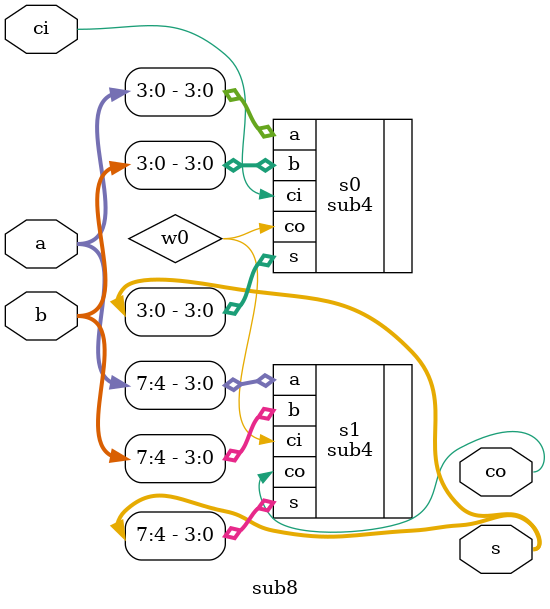
<source format=v>
`timescale 1ns/1ns

module sub8(a, b, ci, co, s);   /* define module */
	input  [7:0] a, b;			/* input port (8bit) */
	input        ci;            /* input port (1bit) */
	output       co;            /* output port (1bit) */
	output [7:0] s;             /* output port (8bit) */
	wire         w0;            /* wire (1bit) */
	
	/* connect pre-difined module */
	sub4 s0(.a(a[3:0]), .b(b[3:0]), .ci(ci), .co(w0), .s(s[3:0]));
	sub4 s1(.a(a[7:4]), .b(b[7:4]), .ci(w0), .co(co), .s(s[7:4]));
	
endmodule

</source>
